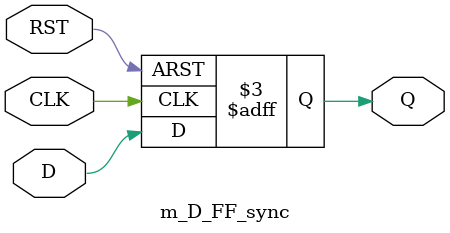
<source format=v>

`timescale 1ns / 1ps

`include "parameters.v"

module m_D_FF_sync(
		CLK,
		RST,
		D,
		Q
	);

	// Parameters
	parameter P_DATA_WIDTH = 1; 
	
	// Port Definition
	input CLK;
	input RST;
	input [P_DATA_WIDTH - 1 : 0] D;
	output reg [P_DATA_WIDTH - 1 : 0] Q;
	
	// Variables	 
	
	// Assignments
	
	// Behavior
	initial begin:Initialization
		// Empty
	end
	
	
	// if not reset, D will be hold/displayed for one cycle at the outport Q
	always @ (posedge RST or posedge CLK) begin
		if (RST) begin
			Q <= 0;
		end else begin
			Q <= D;
		end
	end

endmodule
    
</source>
